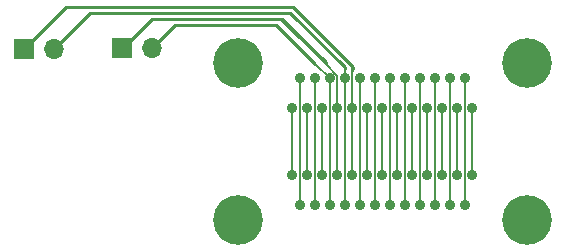
<source format=gbr>
%TF.GenerationSoftware,KiCad,Pcbnew,(6.0.4-0)*%
%TF.CreationDate,2022-07-14T08:44:55-06:00*%
%TF.ProjectId,25to25,3235746f-3235-42e6-9b69-6361645f7063,rev?*%
%TF.SameCoordinates,Original*%
%TF.FileFunction,Copper,L1,Top*%
%TF.FilePolarity,Positive*%
%FSLAX46Y46*%
G04 Gerber Fmt 4.6, Leading zero omitted, Abs format (unit mm)*
G04 Created by KiCad (PCBNEW (6.0.4-0)) date 2022-07-14 08:44:55*
%MOMM*%
%LPD*%
G01*
G04 APERTURE LIST*
%TA.AperFunction,ComponentPad*%
%ADD10R,1.700000X1.700000*%
%TD*%
%TA.AperFunction,ComponentPad*%
%ADD11O,1.700000X1.700000*%
%TD*%
%TA.AperFunction,ComponentPad*%
%ADD12C,4.200000*%
%TD*%
%TA.AperFunction,ComponentPad*%
%ADD13C,0.910000*%
%TD*%
%TA.AperFunction,Conductor*%
%ADD14C,0.127000*%
%TD*%
%TA.AperFunction,Conductor*%
%ADD15C,0.250000*%
%TD*%
G04 APERTURE END LIST*
D10*
%TO.P,J2,1,Pin_1*%
%TO.N,Net-(J2-Pad1)*%
X127300000Y-62500000D03*
D11*
%TO.P,J2,2,Pin_2*%
%TO.N,Net-(J2-Pad2)*%
X129840000Y-62500000D03*
%TD*%
D10*
%TO.P,J1,1,Pin_1*%
%TO.N,Net-(J1-Pad1)*%
X119000000Y-62600000D03*
D11*
%TO.P,J1,2,Pin_2*%
%TO.N,Net-(J1-Pad2)*%
X121540000Y-62600000D03*
%TD*%
D12*
%TO.P,J4,0,PAD*%
%TO.N,unconnected-(J4-Pad0)*%
X161635000Y-77060000D03*
X137125000Y-77060000D03*
D13*
%TO.P,J4,1,1*%
%TO.N,Net-(J3-Pad1)*%
X157000000Y-73250000D03*
%TO.P,J4,2,2*%
%TO.N,Net-(J3-Pad2)*%
X155730000Y-73250000D03*
%TO.P,J4,3,3*%
%TO.N,Net-(J3-Pad3)*%
X154460000Y-73250000D03*
%TO.P,J4,4,4*%
%TO.N,Net-(J3-Pad4)*%
X153190000Y-73250000D03*
%TO.P,J4,5,5*%
%TO.N,Net-(J3-Pad5)*%
X151920000Y-73250000D03*
%TO.P,J4,6,6*%
%TO.N,Net-(J3-Pad6)*%
X150650000Y-73250000D03*
%TO.P,J4,7,7*%
%TO.N,Net-(J3-Pad7)*%
X149380000Y-73250000D03*
%TO.P,J4,8,8*%
%TO.N,Net-(J3-Pad8)*%
X148110000Y-73250000D03*
%TO.P,J4,9,9*%
%TO.N,Net-(J1-Pad1)*%
X146840000Y-73250000D03*
%TO.P,J4,10,10*%
%TO.N,Net-(J2-Pad1)*%
X145570000Y-73250000D03*
%TO.P,J4,11,11*%
%TO.N,Net-(J3-Pad11)*%
X144300000Y-73250000D03*
%TO.P,J4,12,12*%
%TO.N,Net-(J3-Pad12)*%
X143030000Y-73250000D03*
%TO.P,J4,13,13*%
%TO.N,Net-(J3-Pad13)*%
X141760000Y-73250000D03*
%TO.P,J4,14,P14*%
%TO.N,Net-(J3-Pad14)*%
X156365000Y-75790000D03*
%TO.P,J4,15,P15*%
%TO.N,Net-(J3-Pad15)*%
X155095000Y-75790000D03*
%TO.P,J4,16,P16*%
%TO.N,Net-(J3-Pad16)*%
X153825000Y-75790000D03*
%TO.P,J4,17,P17*%
%TO.N,Net-(J3-Pad17)*%
X152555000Y-75790000D03*
%TO.P,J4,18,P18*%
%TO.N,Net-(J3-Pad18)*%
X151285000Y-75790000D03*
%TO.P,J4,19,P19*%
%TO.N,Net-(J3-Pad19)*%
X150015000Y-75790000D03*
%TO.P,J4,20,P20*%
%TO.N,Net-(J3-Pad20)*%
X148745000Y-75790000D03*
%TO.P,J4,21,P21*%
%TO.N,Net-(J3-Pad21)*%
X147475000Y-75790000D03*
%TO.P,J4,22,P22*%
%TO.N,Net-(J1-Pad2)*%
X146205000Y-75790000D03*
%TO.P,J4,23,P23*%
%TO.N,Net-(J2-Pad2)*%
X144935000Y-75790000D03*
%TO.P,J4,24,P24*%
%TO.N,Net-(J3-Pad24)*%
X143665000Y-75790000D03*
%TO.P,J4,25,P25*%
%TO.N,Net-(J3-Pad25)*%
X142395000Y-75790000D03*
%TD*%
D12*
%TO.P,J3,0,PAD*%
%TO.N,unconnected-(J3-Pad0)*%
X137125000Y-63790000D03*
X161635000Y-63790000D03*
D13*
%TO.P,J3,1,1*%
%TO.N,Net-(J3-Pad1)*%
X157000000Y-67600000D03*
%TO.P,J3,2,2*%
%TO.N,Net-(J3-Pad2)*%
X155730000Y-67600000D03*
%TO.P,J3,3,3*%
%TO.N,Net-(J3-Pad3)*%
X154460000Y-67600000D03*
%TO.P,J3,4,4*%
%TO.N,Net-(J3-Pad4)*%
X153190000Y-67600000D03*
%TO.P,J3,5,5*%
%TO.N,Net-(J3-Pad5)*%
X151920000Y-67600000D03*
%TO.P,J3,6,6*%
%TO.N,Net-(J3-Pad6)*%
X150650000Y-67600000D03*
%TO.P,J3,7,7*%
%TO.N,Net-(J3-Pad7)*%
X149380000Y-67600000D03*
%TO.P,J3,8,8*%
%TO.N,Net-(J3-Pad8)*%
X148110000Y-67600000D03*
%TO.P,J3,9,9*%
%TO.N,Net-(J1-Pad1)*%
X146840000Y-67600000D03*
%TO.P,J3,10,10*%
%TO.N,Net-(J2-Pad1)*%
X145570000Y-67600000D03*
%TO.P,J3,11,11*%
%TO.N,Net-(J3-Pad11)*%
X144300000Y-67600000D03*
%TO.P,J3,12,12*%
%TO.N,Net-(J3-Pad12)*%
X143030000Y-67600000D03*
%TO.P,J3,13,13*%
%TO.N,Net-(J3-Pad13)*%
X141760000Y-67600000D03*
%TO.P,J3,14,P14*%
%TO.N,Net-(J3-Pad14)*%
X156365000Y-65060000D03*
%TO.P,J3,15,P15*%
%TO.N,Net-(J3-Pad15)*%
X155095000Y-65060000D03*
%TO.P,J3,16,P16*%
%TO.N,Net-(J3-Pad16)*%
X153825000Y-65060000D03*
%TO.P,J3,17,P17*%
%TO.N,Net-(J3-Pad17)*%
X152555000Y-65060000D03*
%TO.P,J3,18,P18*%
%TO.N,Net-(J3-Pad18)*%
X151285000Y-65060000D03*
%TO.P,J3,19,P19*%
%TO.N,Net-(J3-Pad19)*%
X150015000Y-65060000D03*
%TO.P,J3,20,P20*%
%TO.N,Net-(J3-Pad20)*%
X148745000Y-65060000D03*
%TO.P,J3,21,P21*%
%TO.N,Net-(J3-Pad21)*%
X147475000Y-65060000D03*
%TO.P,J3,22,P22*%
%TO.N,Net-(J1-Pad2)*%
X146205000Y-65060000D03*
%TO.P,J3,23,P23*%
%TO.N,Net-(J2-Pad2)*%
X144935000Y-65060000D03*
%TO.P,J3,24,P24*%
%TO.N,Net-(J3-Pad24)*%
X143665000Y-65060000D03*
%TO.P,J3,25,P25*%
%TO.N,Net-(J3-Pad25)*%
X142395000Y-65060000D03*
%TD*%
D14*
%TO.N,Net-(J2-Pad2)*%
X143800000Y-63925000D02*
X143800000Y-63900000D01*
X144935000Y-65060000D02*
X143800000Y-63925000D01*
X143800000Y-63900000D02*
X143700000Y-63800000D01*
X143700000Y-63800000D02*
X143675000Y-63800000D01*
D15*
X140375000Y-60500000D02*
X143675000Y-63800000D01*
%TO.N,Net-(J1-Pad2)*%
X124640000Y-59500000D02*
X141600000Y-59500000D01*
X146200000Y-64100000D02*
X146200000Y-64300000D01*
X121540000Y-62600000D02*
X124640000Y-59500000D01*
X141600000Y-59500000D02*
X146200000Y-64100000D01*
D14*
X146205000Y-64305000D02*
X146200000Y-64300000D01*
X146205000Y-65060000D02*
X146205000Y-64305000D01*
%TO.N,Net-(J1-Pad1)*%
X146840000Y-67600000D02*
X146840000Y-64360000D01*
X146840000Y-64360000D02*
X146840000Y-64140000D01*
D15*
X122600000Y-59000000D02*
X141800000Y-59000000D01*
X119000000Y-62600000D02*
X122600000Y-59000000D01*
X141800000Y-59000000D02*
X146900000Y-64100000D01*
X146900000Y-64300000D02*
X146840000Y-64360000D01*
X146900000Y-64100000D02*
X146900000Y-64300000D01*
%TO.N,Net-(J2-Pad1)*%
X127400000Y-62500000D02*
X129900000Y-60000000D01*
X129900000Y-60000000D02*
X140900000Y-60000000D01*
X140900000Y-60000000D02*
X144574500Y-63674500D01*
D14*
X145570000Y-64820999D02*
X144574500Y-63825500D01*
X144574500Y-63825500D02*
X140749001Y-60000000D01*
D15*
X144574500Y-63674500D02*
X144574500Y-63825500D01*
%TO.N,Net-(J2-Pad2)*%
X129840000Y-62500000D02*
X131840000Y-60500000D01*
X131840000Y-60500000D02*
X140375000Y-60500000D01*
D14*
X132100000Y-60500000D02*
X131900000Y-60500000D01*
D15*
X131840000Y-60500000D02*
X132100000Y-60500000D01*
D14*
%TO.N,Net-(J2-Pad1)*%
X145570000Y-67600000D02*
X145570000Y-64820999D01*
%TO.N,Net-(J3-Pad1)*%
X157000000Y-67600000D02*
X157000000Y-73250000D01*
%TO.N,Net-(J3-Pad2)*%
X155730000Y-73250000D02*
X155730000Y-67600000D01*
%TO.N,Net-(J3-Pad3)*%
X154460000Y-67600000D02*
X154460000Y-73250000D01*
%TO.N,Net-(J3-Pad4)*%
X153190000Y-73250000D02*
X153190000Y-67600000D01*
%TO.N,Net-(J3-Pad5)*%
X151920000Y-67600000D02*
X151920000Y-73250000D01*
%TO.N,Net-(J3-Pad6)*%
X150650000Y-67600000D02*
X150650000Y-73250000D01*
%TO.N,Net-(J3-Pad7)*%
X149380000Y-73250000D02*
X149380000Y-67600000D01*
%TO.N,Net-(J3-Pad8)*%
X148110000Y-67600000D02*
X148110000Y-73250000D01*
%TO.N,Net-(J1-Pad1)*%
X146840000Y-67600000D02*
X146840000Y-73250000D01*
%TO.N,Net-(J2-Pad1)*%
X145570000Y-67600000D02*
X145570000Y-73250000D01*
%TO.N,Net-(J3-Pad11)*%
X144300000Y-67600000D02*
X144300000Y-73250000D01*
%TO.N,Net-(J3-Pad12)*%
X143030000Y-67600000D02*
X143030000Y-73250000D01*
%TO.N,Net-(J3-Pad13)*%
X141760000Y-67600000D02*
X141760000Y-73250000D01*
%TO.N,Net-(J3-Pad14)*%
X156365000Y-65060000D02*
X156365000Y-75790000D01*
%TO.N,Net-(J3-Pad15)*%
X155095000Y-75790000D02*
X155095000Y-65060000D01*
%TO.N,Net-(J3-Pad16)*%
X153825000Y-65060000D02*
X153825000Y-75790000D01*
%TO.N,Net-(J3-Pad17)*%
X152555000Y-75790000D02*
X152555000Y-65060000D01*
%TO.N,Net-(J3-Pad18)*%
X151285000Y-65060000D02*
X151285000Y-75790000D01*
%TO.N,Net-(J3-Pad19)*%
X150015000Y-75790000D02*
X150015000Y-65060000D01*
%TO.N,Net-(J3-Pad20)*%
X148745000Y-65060000D02*
X148745000Y-75790000D01*
%TO.N,Net-(J3-Pad21)*%
X147475000Y-75790000D02*
X147475000Y-65060000D01*
%TO.N,Net-(J1-Pad2)*%
X146205000Y-65060000D02*
X146205000Y-75790000D01*
%TO.N,Net-(J2-Pad2)*%
X144935000Y-75790000D02*
X144935000Y-65060000D01*
%TO.N,Net-(J3-Pad24)*%
X143665000Y-65060000D02*
X143665000Y-75790000D01*
%TO.N,Net-(J3-Pad25)*%
X142395000Y-75790000D02*
X142395000Y-65060000D01*
%TD*%
M02*

</source>
